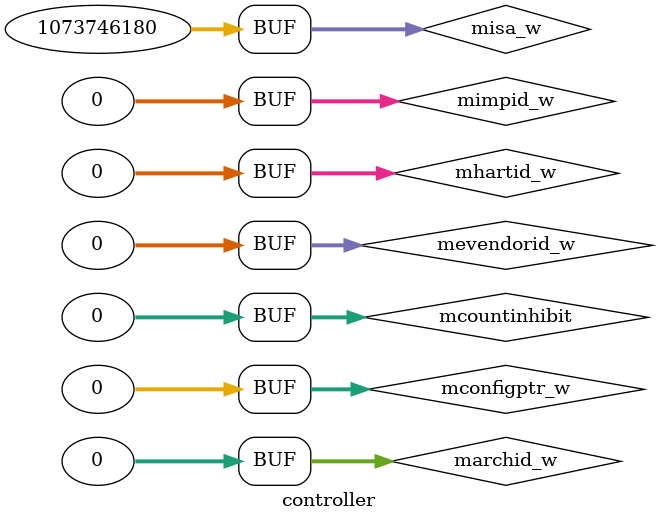
<source format=v>
`timescale 1ns / 1ps


module controller(
    );


    //----------------------------------------------------------------------------------------------------------------------------
    //BELOW LINES ARE ONLY VALID FOR IMPLEMENTATIONS WITH M EXTENSION ONLY, THEY ARE NOT GENERAL SITUATIONS FOR EVERY ARCHITECTURE
    //----------------------------------------------------------------------------------------------------------------------------


    //------------------------Unpriviliged Counters/Timers------------------------
    //TODO: should we implement these registers?
    //these CSR's are read-only shadows of mcycle, minstret, and mhpmcountern, respectively
    //the time register is read-only shadow of the memory-mapped mtime register
    reg [63:0] cycle_r;
    reg [63:0] cycle_ns;
    reg [63:0] cycleh_r;
    reg [63:0] cycleh_ns;

    reg [63:0] time_r;
    reg [63:0] time_ns;
    reg [63:0] timeh_r;
    reg [63:0] timeh_ns;

    reg [63:0] instrat_r;
    reg [63:0] instrat_ns;
    reg [63:0] instreth_r;
    reg [63:0] instreth_ns;

    //------------------------Machine Information Registers------------------------
    //value of 0 can be returned to indicate the field is not implemented
    wire [31:0] mevendorid_w = 32'b00000000000000000000000000000000;    //vendor id
    wire [31:0] marchid_w    = 32'b00000000000000000000000000000000;    //architecture id 
    wire [31:0] mimpid_w     = 32'b00000000000000000000000000000000;    //implementation id
    wire [31:0] mhartid_w    = 32'b00000000000000000000000000000000;    //hart id
    wire [31:0] mconfigptr_w = 32'b00000000000000000000000000000000;    //configuration pointer

    //------------------------Machine Trap Setup------------------------

    //almost every field in mstatus is read only 0 when S/U mode is not supported
    //SD | WPRI | TSR | TW | TVM | MXR | SUM | MPRIV | XS | FS | MPP | VS | SPP | MPIE | UBE | SPIE | WPRI | MIE | WPRI | SIE | WPRI
    // when a trap is taken: MPIE = MIE, MIE = 0, MPP = M(Machine mode in our case)
    // when executing MRET: MIE = MPIE, MPIE = 1, MPP = M(Machine mode in our case)
    // MPRIV is read-only zero if U-mode is not supported
    // SUM is read-only zero if S-mode is not supported
    // MXR is read-only zero if S-mode is not supported
    // if MBE = 0, memory acceses are little-endian, big-endian otherwise
    // SBE is read-only zer oif S-mode is not suppoerted
    // UBE is read-only zero if U-mode is not supported
    // TVM is read-only zero when S-mode is not supported
    // TW is read-only zero whwen there are no modes less pribiliged than M
    // TSR is read-only zero when S-mode is not supported
    // if neither the F extension nor S-mode is implemented, then FS is read-only zero
    // if neither the v register nor S-mode is implemented, then VS is read-only zero
    // in systems withotu additional user extensions requiring new state, the XS field is read-only zero
    // if FS, XS and VS are all read-only zero, then SD is always zero
    reg [31:0] mstatus_r;
    reg [31:0] mstatus_ns;


    //a value of zero can be returned to indicate the misa register has not been implemented
    //modifiable bir isa implement etmedigimiz icin read-only olarak kullanabiliriz sanirim 
    wire [31:0] misa_w = 32'b01_0000_00000000000001000100000100;

    //in systems without S-mode, the medeleg and mideleg registers should not exist
    //reg [31:0] medeleg;
    //reg [31:0] mideleg;

    //machine interrupt enable register, bit in mie must be writable if the corresponding interrupt can ever become pending.
    // 16'bcustom | 4'b0 | MEIE | 0 | SEIE | 0 | MTIE | 0 | STIE | 0 | MSIE | 0 | SSIE | 0
    reg [31:0] mie_r;
    reg [31:0] mie_ns;

    reg [31:0] mtvec_r;
    reg [31:0] mtvec_ns;

    //in systems without U-mode, the mcounteren register should not exist
    //reg [31:0] mcounteren;

    reg [31:0] mstatush;

    //------------------------Machine Trap Handling------------------------
    reg [31:0] mscratch_r;
    reg [31:0] mscratch_ns;

    //mepc[1:0] is always zero for implementations that support only IALIGN = 32,
    //but since we have C extension, only mepc[0] should be zero
    //when a trap is taken into M-mode, mepc is written with the virtual address of the instruction
    //that was interrupted or that encountered the exception
    reg [31:0] mepc_r;
    reg [31:0] mepc_ns;

    //when a trap is taken into M-mode, mcause is written with a code indicating the event that caused the trap
    // The Interrupt bit in the mcause register is set if the trap was caused by an interrupt.
    // interrupt | exception code
    reg [31:0] mcause_r;
    reg [31:0] mcause_ns;

    //mtval is either set to zero or written with exception-specific information to assist software in handling the trap
    reg [31:0] mtval_r;
    reg [31:0] mtval_ns;

    // 16'bcustom | 4'b0 | MEIP | 0 | SEIP | 0 | MTIP | 0 | STIP | 0 | MSIP | 0 | SSIP | 0
    // MEIP is read-only and is set and cleared by a platform-specific interrupt controller?
    // MTIP is read-only and is cleared by writing to the memory-mapped machine-mode timer compare register
    // MSIP and MSIE are read-only zero since we have only one hart
    // also all fields with SXXX are all read-only zero since supervisor mode is not implemented
    // multiple simultaneous interrupts are handled in the following priority: MEI, MSI, MTI
    reg [31:0] mip_r;
    reg [31:0] mip_ns;

    reg [31:0] mtinst;
    reg [31:0] mtval2;

    //------------------------Machine Configuration------------------------
    reg [31:0] menvcfg;
    reg [31:0] menvcfgh;
    reg [31:0] mseccfg;
    reg [31:0] mseccfgh;

    //------------------------Machine Memory Protection------------------------
    //TODO: should we implement these registers?

    //------------------------Machine Counter/Timers------------------------
    //TODO: should we implement performance-monitoring counters?
    reg [63:0] mcycle_r;
    reg [63:0] mcycle_ns;

    reg [63:0] minstret_r;
    reg [63:0] minstret_ns;

    reg [63:0] mcycleh_r;
    reg [63:0] mcycleh_ns;

    reg [63:0] minstreth_r;
    reg [63:0] minstreth_ns;

    //------------------------Machine Counter Setup------------------------
    //TODO: should we implement performance-monitoring counter setups?
    //if the mcountinhibit is not implemented, the implementation behaves as though the register were set to zero
    reg [31:0] mcountinhibit = 32'b00000000000000000000000000000000;

    
endmodule
</source>
